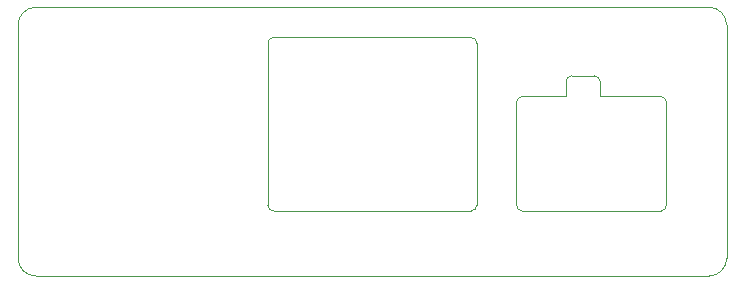
<source format=gko>
G04 #@! TF.GenerationSoftware,KiCad,Pcbnew,5.1.5-1.fc31*
G04 #@! TF.CreationDate,2020-04-27T21:55:51+02:00*
G04 #@! TF.ProjectId,vdsl-surge-protection-copy,7664736c-2d73-4757-9267-652d70726f74,rev?*
G04 #@! TF.SameCoordinates,Original*
G04 #@! TF.FileFunction,Profile,NP*
%FSLAX46Y46*%
G04 Gerber Fmt 4.6, Leading zero omitted, Abs format (unit mm)*
G04 Created by KiCad (PCBNEW 5.1.5-1.fc31) date 2020-04-27 21:55:51*
%MOMM*%
%LPD*%
G04 APERTURE LIST*
%ADD10C,0.050000*%
G04 APERTURE END LIST*
D10*
X219300000Y-47550000D02*
X224400000Y-47550000D01*
X216400000Y-47550000D02*
X212700000Y-47550000D01*
X216900000Y-45800000D02*
X218800000Y-45800000D01*
X216400000Y-47550000D02*
X216400000Y-46300000D01*
X219300000Y-46300000D02*
X219300000Y-47550000D01*
X218800000Y-45800000D02*
G75*
G02X219300000Y-46300000I0J-500000D01*
G01*
X216400000Y-46300000D02*
G75*
G02X216900000Y-45800000I500000J0D01*
G01*
X224900000Y-56750000D02*
X224900000Y-48050000D01*
X212700000Y-57250000D02*
X224400000Y-57250000D01*
X212200000Y-48050000D02*
X212200000Y-56750000D01*
X212200000Y-48050000D02*
G75*
G02X212700000Y-47550000I500000J0D01*
G01*
X224400000Y-47550000D02*
G75*
G02X224900000Y-48050000I0J-500000D01*
G01*
X224900000Y-56750000D02*
G75*
G02X224400000Y-57250000I-500000J0D01*
G01*
X212700000Y-57250000D02*
G75*
G02X212200000Y-56750000I0J500000D01*
G01*
X191150000Y-43050000D02*
X191150000Y-56750000D01*
X208350000Y-42550000D02*
X191650000Y-42550000D01*
X208850000Y-56750000D02*
X208850000Y-43050000D01*
X191650000Y-57250000D02*
X208350000Y-57250000D01*
X191650000Y-57250000D02*
G75*
G02X191150000Y-56750000I0J500000D01*
G01*
X208850000Y-56750000D02*
G75*
G02X208350000Y-57250000I-500000J0D01*
G01*
X208350000Y-42550000D02*
G75*
G02X208850000Y-43050000I0J-500000D01*
G01*
X191150000Y-43050000D02*
G75*
G02X191650000Y-42550000I500000J0D01*
G01*
X228500000Y-62750000D02*
X171500000Y-62750000D01*
X171500000Y-40000000D02*
X228500000Y-40000000D01*
X170000000Y-61250000D02*
X170000000Y-41500000D01*
X230000000Y-61250000D02*
X230000000Y-41500000D01*
X230000000Y-61250000D02*
G75*
G02X228500000Y-62750000I-1500000J0D01*
G01*
X171500000Y-62750000D02*
G75*
G02X170000000Y-61250000I0J1500000D01*
G01*
X228500000Y-40000000D02*
G75*
G02X230000000Y-41500000I0J-1500000D01*
G01*
X170000000Y-41500000D02*
G75*
G02X171500000Y-40000000I1500000J0D01*
G01*
M02*

</source>
